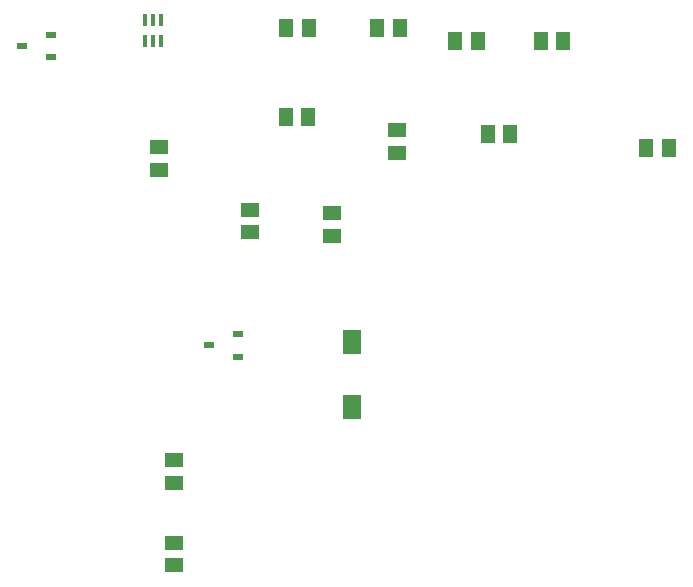
<source format=gbr>
G04 EAGLE Gerber RS-274X export*
G75*
%MOMM*%
%FSLAX34Y34*%
%LPD*%
%INSolderpaste Top*%
%IPPOS*%
%AMOC8*
5,1,8,0,0,1.08239X$1,22.5*%
G01*
%ADD10R,1.300000X1.500000*%
%ADD11R,1.500000X1.300000*%
%ADD12R,1.550000X2.150000*%
%ADD13R,0.300000X1.000000*%
%ADD14R,0.850000X0.600000*%


D10*
X566300Y585200D03*
X585300Y585200D03*
X736800Y495200D03*
X755800Y495200D03*
D11*
X535800Y412300D03*
X535800Y431300D03*
D12*
X621600Y264600D03*
X621600Y319600D03*
D13*
X447100Y574400D03*
X453600Y574400D03*
X460100Y574400D03*
X447100Y592400D03*
X453600Y592400D03*
X460100Y592400D03*
D14*
X367200Y560600D03*
X367200Y579600D03*
X342200Y570100D03*
X525700Y307100D03*
X525700Y326100D03*
X500700Y316600D03*
D11*
X604800Y409300D03*
X604800Y428300D03*
X470900Y130400D03*
X470900Y149400D03*
D10*
X781900Y574100D03*
X800900Y574100D03*
D11*
X470900Y200300D03*
X470900Y219300D03*
D10*
X643300Y585200D03*
X662300Y585200D03*
D11*
X659800Y479800D03*
X659800Y498800D03*
D10*
X709500Y574100D03*
X728500Y574100D03*
X565800Y510200D03*
X584800Y510200D03*
X871100Y484100D03*
X890100Y484100D03*
D11*
X459000Y484500D03*
X459000Y465500D03*
M02*

</source>
